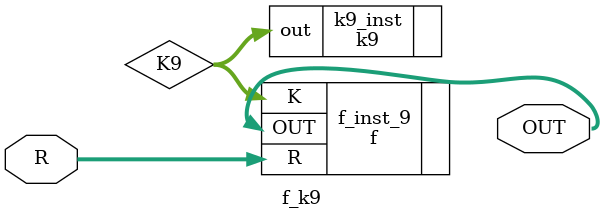
<source format=v>
/**
 * Round function del round 9: funzione f(R, K)
 *
 * Utilizza R8 del round precedente e K9
 * per calcolare il valore (facendo lo XOR con L8) di R9.
*/

module f_k9(
    input [32:1] R,
    output [32:1] OUT
);

    wire [48:1] K9;
    k9 k9_inst(
        .out(K9[48:1])
    );

    f f_inst_9(
        .R(R[32:1]),
        .K(K9[48:1]),
        .OUT(OUT[32:1])
    );
endmodule

</source>
